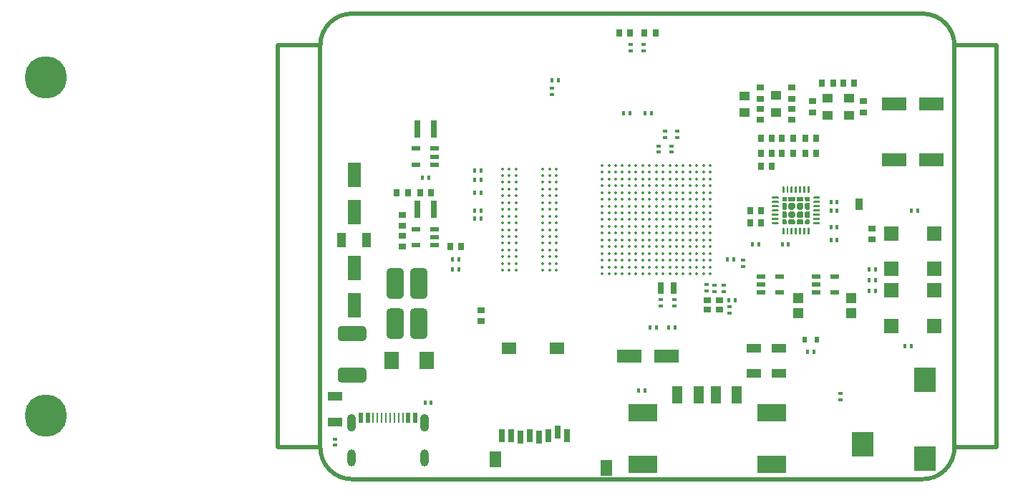
<source format=gbr>
%TF.GenerationSoftware,KiCad,Pcbnew,(5.1.10-1-10_14)*%
%TF.CreationDate,2021-07-27T16:35:17+02:00*%
%TF.ProjectId,EX-PCB-10108-001,45582d50-4342-42d3-9130-3130382d3030,A*%
%TF.SameCoordinates,Original*%
%TF.FileFunction,Paste,Top*%
%TF.FilePolarity,Positive*%
%FSLAX46Y46*%
G04 Gerber Fmt 4.6, Leading zero omitted, Abs format (unit mm)*
G04 Created by KiCad (PCBNEW (5.1.10-1-10_14)) date 2021-07-27 16:35:17*
%MOMM*%
%LPD*%
G01*
G04 APERTURE LIST*
%TA.AperFunction,Profile*%
%ADD10C,0.500000*%
%TD*%
%ADD11C,5.000000*%
%ADD12O,1.000000X2.000000*%
%ADD13O,1.050000X2.100000*%
%ADD14R,0.550000X1.150000*%
%ADD15R,0.250000X1.150000*%
%ADD16R,0.900000X0.800000*%
%ADD17R,0.510000X0.450000*%
%ADD18R,0.450000X0.510000*%
%ADD19R,0.810000X0.710000*%
%ADD20R,0.800000X1.500000*%
%ADD21R,1.400000X1.900000*%
%ADD22R,1.800000X1.400000*%
%ADD23R,0.710000X0.810000*%
%ADD24C,0.100000*%
%ADD25R,1.060000X0.500000*%
%ADD26R,1.250000X1.150000*%
%ADD27R,1.800000X1.070000*%
%ADD28R,0.600000X0.700000*%
%ADD29R,1.250000X1.000000*%
%ADD30R,3.000000X1.600000*%
%ADD31R,2.550000X2.900000*%
%ADD32R,1.250000X2.000000*%
%ADD33R,3.500000X2.000000*%
%ADD34C,0.350000*%
%ADD35R,1.800000X1.800000*%
%ADD36R,1.070000X1.800000*%
%ADD37R,1.750000X2.000000*%
%ADD38R,1.600000X3.000000*%
%ADD39R,0.800000X2.000000*%
%ADD40R,0.700000X1.400000*%
G04 APERTURE END LIST*
D10*
X41450000Y-85250000D02*
X46450000Y-85250000D01*
X41450000Y-132750000D02*
X46450000Y-132750000D01*
X121450000Y-132750000D02*
X126450000Y-132750000D01*
X126450000Y-85250000D02*
X121450000Y-85250000D01*
X126450000Y-85250000D02*
X126450000Y-132750000D01*
X41450000Y-85250000D02*
X41450000Y-132750000D01*
X117700000Y-81500000D02*
G75*
G02*
X121450000Y-85250000I0J-3750000D01*
G01*
X46450000Y-85250000D02*
G75*
G02*
X50200000Y-81500000I3750000J0D01*
G01*
X50200000Y-136500000D02*
G75*
G02*
X46450000Y-132750000I0J3750000D01*
G01*
X121450000Y-132750000D02*
G75*
G02*
X117700000Y-136500000I-3750000J0D01*
G01*
X46450000Y-85250000D02*
X46450000Y-132750000D01*
X117700000Y-136500000D02*
X50200000Y-136500000D01*
X117700000Y-81500000D02*
X50200000Y-81500000D01*
X121450000Y-85250000D02*
X121450000Y-132750000D01*
D11*
X13950000Y-89025000D03*
X13950000Y-129025000D03*
D12*
X50130000Y-134000000D03*
X58770000Y-134000000D03*
D13*
X50130000Y-129820000D03*
X58770000Y-129820000D03*
D14*
X51250000Y-129245000D03*
X57650000Y-129245000D03*
X52050000Y-129245000D03*
X56850000Y-129245000D03*
D15*
X54700000Y-129245000D03*
X54200000Y-129245000D03*
X55200000Y-129245000D03*
X55700000Y-129245000D03*
X56200000Y-129245000D03*
X53700000Y-129245000D03*
X53200000Y-129245000D03*
X52700000Y-129245000D03*
D16*
X92250000Y-116450000D03*
X93650000Y-116450000D03*
X93650000Y-115350000D03*
X92250000Y-115350000D03*
D17*
X94150000Y-113625000D03*
X94150000Y-114375000D03*
X92150000Y-113525000D03*
X92150000Y-114275000D03*
D18*
X65425000Y-100000000D03*
X64675000Y-100000000D03*
X65425000Y-101100000D03*
X64675000Y-101100000D03*
X86225000Y-118550000D03*
X85475000Y-118550000D03*
X87675000Y-118550000D03*
X88425000Y-118550000D03*
D19*
X110200000Y-103700000D03*
X110200000Y-104350000D03*
D18*
X94575000Y-110500000D03*
X95325000Y-110500000D03*
D17*
X96450000Y-111375000D03*
X96450000Y-110625000D03*
D18*
X97575000Y-108750000D03*
X98325000Y-108750000D03*
X101825000Y-108750000D03*
X101075000Y-108750000D03*
X116325000Y-120750000D03*
X115575000Y-120750000D03*
X111325000Y-114250000D03*
X112075000Y-114250000D03*
X112075000Y-111750000D03*
X111325000Y-111750000D03*
X116325000Y-104750000D03*
X117075000Y-104750000D03*
X111325000Y-113000000D03*
X112075000Y-113000000D03*
D17*
X73850000Y-91075000D03*
X73850000Y-90325000D03*
D20*
X75640000Y-131350000D03*
X74540000Y-130950000D03*
X73440000Y-131350000D03*
X72340000Y-131550000D03*
X71240000Y-131350000D03*
X70140000Y-131550000D03*
X69040000Y-131350000D03*
X67940000Y-131350000D03*
D21*
X67150000Y-134200000D03*
X80300000Y-135200000D03*
D22*
X68750000Y-121050000D03*
X74450000Y-121050000D03*
D18*
X85575000Y-93250000D03*
X84825000Y-93250000D03*
X82325000Y-93250000D03*
X83075000Y-93250000D03*
D17*
X88700000Y-95375000D03*
X88700000Y-96125000D03*
X87950000Y-97125000D03*
X87950000Y-97875000D03*
X87200000Y-95375000D03*
X87200000Y-96125000D03*
X86450000Y-97125000D03*
X86450000Y-97875000D03*
D23*
X97305000Y-104750000D03*
X98595000Y-104750000D03*
X97305000Y-106250000D03*
X98595000Y-106250000D03*
D18*
X74575000Y-89400000D03*
X73825000Y-89400000D03*
X106825000Y-104750000D03*
X107575000Y-104750000D03*
X106825000Y-103750000D03*
X107575000Y-103750000D03*
X107575000Y-108250000D03*
X106825000Y-108250000D03*
X107575000Y-106750000D03*
X106825000Y-106750000D03*
G36*
G01*
X101262500Y-107600000D02*
X101137500Y-107600000D01*
G75*
G02*
X101075000Y-107537500I0J62500D01*
G01*
X101075000Y-106862500D01*
G75*
G02*
X101137500Y-106800000I62500J0D01*
G01*
X101262500Y-106800000D01*
G75*
G02*
X101325000Y-106862500I0J-62500D01*
G01*
X101325000Y-107537500D01*
G75*
G02*
X101262500Y-107600000I-62500J0D01*
G01*
G37*
G36*
G01*
X101762500Y-107600000D02*
X101637500Y-107600000D01*
G75*
G02*
X101575000Y-107537500I0J62500D01*
G01*
X101575000Y-106862500D01*
G75*
G02*
X101637500Y-106800000I62500J0D01*
G01*
X101762500Y-106800000D01*
G75*
G02*
X101825000Y-106862500I0J-62500D01*
G01*
X101825000Y-107537500D01*
G75*
G02*
X101762500Y-107600000I-62500J0D01*
G01*
G37*
G36*
G01*
X102262500Y-107600000D02*
X102137500Y-107600000D01*
G75*
G02*
X102075000Y-107537500I0J62500D01*
G01*
X102075000Y-106862500D01*
G75*
G02*
X102137500Y-106800000I62500J0D01*
G01*
X102262500Y-106800000D01*
G75*
G02*
X102325000Y-106862500I0J-62500D01*
G01*
X102325000Y-107537500D01*
G75*
G02*
X102262500Y-107600000I-62500J0D01*
G01*
G37*
G36*
G01*
X102762500Y-107600000D02*
X102637500Y-107600000D01*
G75*
G02*
X102575000Y-107537500I0J62500D01*
G01*
X102575000Y-106862500D01*
G75*
G02*
X102637500Y-106800000I62500J0D01*
G01*
X102762500Y-106800000D01*
G75*
G02*
X102825000Y-106862500I0J-62500D01*
G01*
X102825000Y-107537500D01*
G75*
G02*
X102762500Y-107600000I-62500J0D01*
G01*
G37*
G36*
G01*
X103262500Y-107600000D02*
X103137500Y-107600000D01*
G75*
G02*
X103075000Y-107537500I0J62500D01*
G01*
X103075000Y-106862500D01*
G75*
G02*
X103137500Y-106800000I62500J0D01*
G01*
X103262500Y-106800000D01*
G75*
G02*
X103325000Y-106862500I0J-62500D01*
G01*
X103325000Y-107537500D01*
G75*
G02*
X103262500Y-107600000I-62500J0D01*
G01*
G37*
G36*
G01*
X103762500Y-107600000D02*
X103637500Y-107600000D01*
G75*
G02*
X103575000Y-107537500I0J62500D01*
G01*
X103575000Y-106862500D01*
G75*
G02*
X103637500Y-106800000I62500J0D01*
G01*
X103762500Y-106800000D01*
G75*
G02*
X103825000Y-106862500I0J-62500D01*
G01*
X103825000Y-107537500D01*
G75*
G02*
X103762500Y-107600000I-62500J0D01*
G01*
G37*
G36*
G01*
X104262500Y-107600000D02*
X104137500Y-107600000D01*
G75*
G02*
X104075000Y-107537500I0J62500D01*
G01*
X104075000Y-106862500D01*
G75*
G02*
X104137500Y-106800000I62500J0D01*
G01*
X104262500Y-106800000D01*
G75*
G02*
X104325000Y-106862500I0J-62500D01*
G01*
X104325000Y-107537500D01*
G75*
G02*
X104262500Y-107600000I-62500J0D01*
G01*
G37*
G36*
G01*
X105487500Y-106375000D02*
X104812500Y-106375000D01*
G75*
G02*
X104750000Y-106312500I0J62500D01*
G01*
X104750000Y-106187500D01*
G75*
G02*
X104812500Y-106125000I62500J0D01*
G01*
X105487500Y-106125000D01*
G75*
G02*
X105550000Y-106187500I0J-62500D01*
G01*
X105550000Y-106312500D01*
G75*
G02*
X105487500Y-106375000I-62500J0D01*
G01*
G37*
G36*
G01*
X105487500Y-105875000D02*
X104812500Y-105875000D01*
G75*
G02*
X104750000Y-105812500I0J62500D01*
G01*
X104750000Y-105687500D01*
G75*
G02*
X104812500Y-105625000I62500J0D01*
G01*
X105487500Y-105625000D01*
G75*
G02*
X105550000Y-105687500I0J-62500D01*
G01*
X105550000Y-105812500D01*
G75*
G02*
X105487500Y-105875000I-62500J0D01*
G01*
G37*
G36*
G01*
X105487500Y-105375000D02*
X104812500Y-105375000D01*
G75*
G02*
X104750000Y-105312500I0J62500D01*
G01*
X104750000Y-105187500D01*
G75*
G02*
X104812500Y-105125000I62500J0D01*
G01*
X105487500Y-105125000D01*
G75*
G02*
X105550000Y-105187500I0J-62500D01*
G01*
X105550000Y-105312500D01*
G75*
G02*
X105487500Y-105375000I-62500J0D01*
G01*
G37*
G36*
G01*
X105487500Y-104875000D02*
X104812500Y-104875000D01*
G75*
G02*
X104750000Y-104812500I0J62500D01*
G01*
X104750000Y-104687500D01*
G75*
G02*
X104812500Y-104625000I62500J0D01*
G01*
X105487500Y-104625000D01*
G75*
G02*
X105550000Y-104687500I0J-62500D01*
G01*
X105550000Y-104812500D01*
G75*
G02*
X105487500Y-104875000I-62500J0D01*
G01*
G37*
G36*
G01*
X105487500Y-104375000D02*
X104812500Y-104375000D01*
G75*
G02*
X104750000Y-104312500I0J62500D01*
G01*
X104750000Y-104187500D01*
G75*
G02*
X104812500Y-104125000I62500J0D01*
G01*
X105487500Y-104125000D01*
G75*
G02*
X105550000Y-104187500I0J-62500D01*
G01*
X105550000Y-104312500D01*
G75*
G02*
X105487500Y-104375000I-62500J0D01*
G01*
G37*
G36*
G01*
X105487500Y-103875000D02*
X104812500Y-103875000D01*
G75*
G02*
X104750000Y-103812500I0J62500D01*
G01*
X104750000Y-103687500D01*
G75*
G02*
X104812500Y-103625000I62500J0D01*
G01*
X105487500Y-103625000D01*
G75*
G02*
X105550000Y-103687500I0J-62500D01*
G01*
X105550000Y-103812500D01*
G75*
G02*
X105487500Y-103875000I-62500J0D01*
G01*
G37*
G36*
G01*
X105487500Y-103375000D02*
X104812500Y-103375000D01*
G75*
G02*
X104750000Y-103312500I0J62500D01*
G01*
X104750000Y-103187500D01*
G75*
G02*
X104812500Y-103125000I62500J0D01*
G01*
X105487500Y-103125000D01*
G75*
G02*
X105550000Y-103187500I0J-62500D01*
G01*
X105550000Y-103312500D01*
G75*
G02*
X105487500Y-103375000I-62500J0D01*
G01*
G37*
G36*
G01*
X104262500Y-102700000D02*
X104137500Y-102700000D01*
G75*
G02*
X104075000Y-102637500I0J62500D01*
G01*
X104075000Y-101962500D01*
G75*
G02*
X104137500Y-101900000I62500J0D01*
G01*
X104262500Y-101900000D01*
G75*
G02*
X104325000Y-101962500I0J-62500D01*
G01*
X104325000Y-102637500D01*
G75*
G02*
X104262500Y-102700000I-62500J0D01*
G01*
G37*
G36*
G01*
X103762500Y-102700000D02*
X103637500Y-102700000D01*
G75*
G02*
X103575000Y-102637500I0J62500D01*
G01*
X103575000Y-101962500D01*
G75*
G02*
X103637500Y-101900000I62500J0D01*
G01*
X103762500Y-101900000D01*
G75*
G02*
X103825000Y-101962500I0J-62500D01*
G01*
X103825000Y-102637500D01*
G75*
G02*
X103762500Y-102700000I-62500J0D01*
G01*
G37*
G36*
G01*
X103262500Y-102700000D02*
X103137500Y-102700000D01*
G75*
G02*
X103075000Y-102637500I0J62500D01*
G01*
X103075000Y-101962500D01*
G75*
G02*
X103137500Y-101900000I62500J0D01*
G01*
X103262500Y-101900000D01*
G75*
G02*
X103325000Y-101962500I0J-62500D01*
G01*
X103325000Y-102637500D01*
G75*
G02*
X103262500Y-102700000I-62500J0D01*
G01*
G37*
G36*
G01*
X102762500Y-102700000D02*
X102637500Y-102700000D01*
G75*
G02*
X102575000Y-102637500I0J62500D01*
G01*
X102575000Y-101962500D01*
G75*
G02*
X102637500Y-101900000I62500J0D01*
G01*
X102762500Y-101900000D01*
G75*
G02*
X102825000Y-101962500I0J-62500D01*
G01*
X102825000Y-102637500D01*
G75*
G02*
X102762500Y-102700000I-62500J0D01*
G01*
G37*
G36*
G01*
X102262500Y-102700000D02*
X102137500Y-102700000D01*
G75*
G02*
X102075000Y-102637500I0J62500D01*
G01*
X102075000Y-101962500D01*
G75*
G02*
X102137500Y-101900000I62500J0D01*
G01*
X102262500Y-101900000D01*
G75*
G02*
X102325000Y-101962500I0J-62500D01*
G01*
X102325000Y-102637500D01*
G75*
G02*
X102262500Y-102700000I-62500J0D01*
G01*
G37*
G36*
G01*
X101762500Y-102700000D02*
X101637500Y-102700000D01*
G75*
G02*
X101575000Y-102637500I0J62500D01*
G01*
X101575000Y-101962500D01*
G75*
G02*
X101637500Y-101900000I62500J0D01*
G01*
X101762500Y-101900000D01*
G75*
G02*
X101825000Y-101962500I0J-62500D01*
G01*
X101825000Y-102637500D01*
G75*
G02*
X101762500Y-102700000I-62500J0D01*
G01*
G37*
G36*
G01*
X101262500Y-102700000D02*
X101137500Y-102700000D01*
G75*
G02*
X101075000Y-102637500I0J62500D01*
G01*
X101075000Y-101962500D01*
G75*
G02*
X101137500Y-101900000I62500J0D01*
G01*
X101262500Y-101900000D01*
G75*
G02*
X101325000Y-101962500I0J-62500D01*
G01*
X101325000Y-102637500D01*
G75*
G02*
X101262500Y-102700000I-62500J0D01*
G01*
G37*
G36*
G01*
X100587500Y-103375000D02*
X99912500Y-103375000D01*
G75*
G02*
X99850000Y-103312500I0J62500D01*
G01*
X99850000Y-103187500D01*
G75*
G02*
X99912500Y-103125000I62500J0D01*
G01*
X100587500Y-103125000D01*
G75*
G02*
X100650000Y-103187500I0J-62500D01*
G01*
X100650000Y-103312500D01*
G75*
G02*
X100587500Y-103375000I-62500J0D01*
G01*
G37*
G36*
G01*
X100587500Y-103875000D02*
X99912500Y-103875000D01*
G75*
G02*
X99850000Y-103812500I0J62500D01*
G01*
X99850000Y-103687500D01*
G75*
G02*
X99912500Y-103625000I62500J0D01*
G01*
X100587500Y-103625000D01*
G75*
G02*
X100650000Y-103687500I0J-62500D01*
G01*
X100650000Y-103812500D01*
G75*
G02*
X100587500Y-103875000I-62500J0D01*
G01*
G37*
G36*
G01*
X100587500Y-104375000D02*
X99912500Y-104375000D01*
G75*
G02*
X99850000Y-104312500I0J62500D01*
G01*
X99850000Y-104187500D01*
G75*
G02*
X99912500Y-104125000I62500J0D01*
G01*
X100587500Y-104125000D01*
G75*
G02*
X100650000Y-104187500I0J-62500D01*
G01*
X100650000Y-104312500D01*
G75*
G02*
X100587500Y-104375000I-62500J0D01*
G01*
G37*
G36*
G01*
X100587500Y-104875000D02*
X99912500Y-104875000D01*
G75*
G02*
X99850000Y-104812500I0J62500D01*
G01*
X99850000Y-104687500D01*
G75*
G02*
X99912500Y-104625000I62500J0D01*
G01*
X100587500Y-104625000D01*
G75*
G02*
X100650000Y-104687500I0J-62500D01*
G01*
X100650000Y-104812500D01*
G75*
G02*
X100587500Y-104875000I-62500J0D01*
G01*
G37*
G36*
G01*
X100587500Y-105375000D02*
X99912500Y-105375000D01*
G75*
G02*
X99850000Y-105312500I0J62500D01*
G01*
X99850000Y-105187500D01*
G75*
G02*
X99912500Y-105125000I62500J0D01*
G01*
X100587500Y-105125000D01*
G75*
G02*
X100650000Y-105187500I0J-62500D01*
G01*
X100650000Y-105312500D01*
G75*
G02*
X100587500Y-105375000I-62500J0D01*
G01*
G37*
G36*
G01*
X100587500Y-105875000D02*
X99912500Y-105875000D01*
G75*
G02*
X99850000Y-105812500I0J62500D01*
G01*
X99850000Y-105687500D01*
G75*
G02*
X99912500Y-105625000I62500J0D01*
G01*
X100587500Y-105625000D01*
G75*
G02*
X100650000Y-105687500I0J-62500D01*
G01*
X100650000Y-105812500D01*
G75*
G02*
X100587500Y-105875000I-62500J0D01*
G01*
G37*
G36*
G01*
X100587500Y-106375000D02*
X99912500Y-106375000D01*
G75*
G02*
X99850000Y-106312500I0J62500D01*
G01*
X99850000Y-106187500D01*
G75*
G02*
X99912500Y-106125000I62500J0D01*
G01*
X100587500Y-106125000D01*
G75*
G02*
X100650000Y-106187500I0J-62500D01*
G01*
X100650000Y-106312500D01*
G75*
G02*
X100587500Y-106375000I-62500J0D01*
G01*
G37*
G36*
G01*
X102401557Y-105653113D02*
X101998443Y-105653113D01*
G75*
G02*
X101796887Y-105451557I0J201556D01*
G01*
X101796887Y-105048443D01*
G75*
G02*
X101998443Y-104846887I201556J0D01*
G01*
X102401557Y-104846887D01*
G75*
G02*
X102603113Y-105048443I0J-201556D01*
G01*
X102603113Y-105451557D01*
G75*
G02*
X102401557Y-105653113I-201556J0D01*
G01*
G37*
G36*
G01*
X103401557Y-105653113D02*
X102998443Y-105653113D01*
G75*
G02*
X102796887Y-105451557I0J201556D01*
G01*
X102796887Y-105048443D01*
G75*
G02*
X102998443Y-104846887I201556J0D01*
G01*
X103401557Y-104846887D01*
G75*
G02*
X103603113Y-105048443I0J-201556D01*
G01*
X103603113Y-105451557D01*
G75*
G02*
X103401557Y-105653113I-201556J0D01*
G01*
G37*
G36*
G01*
X102401557Y-104653113D02*
X101998443Y-104653113D01*
G75*
G02*
X101796887Y-104451557I0J201556D01*
G01*
X101796887Y-104048443D01*
G75*
G02*
X101998443Y-103846887I201556J0D01*
G01*
X102401557Y-103846887D01*
G75*
G02*
X102603113Y-104048443I0J-201556D01*
G01*
X102603113Y-104451557D01*
G75*
G02*
X102401557Y-104653113I-201556J0D01*
G01*
G37*
G36*
G01*
X103401557Y-104653113D02*
X102998443Y-104653113D01*
G75*
G02*
X102796887Y-104451557I0J201556D01*
G01*
X102796887Y-104048443D01*
G75*
G02*
X102998443Y-103846887I201556J0D01*
G01*
X103401557Y-103846887D01*
G75*
G02*
X103603113Y-104048443I0J-201556D01*
G01*
X103603113Y-104451557D01*
G75*
G02*
X103401557Y-104653113I-201556J0D01*
G01*
G37*
D24*
G36*
X101798526Y-105954635D02*
G01*
X101803377Y-105938644D01*
X101811255Y-105923906D01*
X101821856Y-105910988D01*
X101892476Y-105840367D01*
X101905393Y-105829766D01*
X101920131Y-105821888D01*
X101936123Y-105817037D01*
X101952754Y-105815399D01*
X102447246Y-105815399D01*
X102463877Y-105817037D01*
X102479868Y-105821888D01*
X102494606Y-105829766D01*
X102507524Y-105840367D01*
X102578144Y-105910988D01*
X102588746Y-105923906D01*
X102596623Y-105938644D01*
X102601474Y-105954636D01*
X102603112Y-105971266D01*
X102603112Y-106274355D01*
X102601474Y-106290986D01*
X102596623Y-106306977D01*
X102588745Y-106321715D01*
X102578144Y-106334633D01*
X102565226Y-106345234D01*
X102550488Y-106353112D01*
X102534497Y-106357963D01*
X102517866Y-106359601D01*
X101882134Y-106359601D01*
X101865503Y-106357963D01*
X101849512Y-106353112D01*
X101834774Y-106345234D01*
X101821856Y-106334633D01*
X101811255Y-106321715D01*
X101803377Y-106306977D01*
X101798526Y-106290986D01*
X101796888Y-106274355D01*
X101796888Y-105971266D01*
X101798526Y-105954635D01*
G37*
G36*
X102798526Y-105954635D02*
G01*
X102803377Y-105938644D01*
X102811255Y-105923906D01*
X102821856Y-105910988D01*
X102892476Y-105840367D01*
X102905393Y-105829766D01*
X102920131Y-105821888D01*
X102936123Y-105817037D01*
X102952754Y-105815399D01*
X103447246Y-105815399D01*
X103463877Y-105817037D01*
X103479868Y-105821888D01*
X103494606Y-105829766D01*
X103507524Y-105840367D01*
X103578144Y-105910988D01*
X103588746Y-105923906D01*
X103596623Y-105938644D01*
X103601474Y-105954636D01*
X103603112Y-105971266D01*
X103603112Y-106274355D01*
X103601474Y-106290986D01*
X103596623Y-106306977D01*
X103588745Y-106321715D01*
X103578144Y-106334633D01*
X103565226Y-106345234D01*
X103550488Y-106353112D01*
X103534497Y-106357963D01*
X103517866Y-106359601D01*
X102882134Y-106359601D01*
X102865503Y-106357963D01*
X102849512Y-106353112D01*
X102834774Y-106345234D01*
X102821856Y-106334633D01*
X102811255Y-106321715D01*
X102803377Y-106306977D01*
X102798526Y-106290986D01*
X102796888Y-106274355D01*
X102796888Y-105971266D01*
X102798526Y-105954635D01*
G37*
G36*
X101798526Y-103209014D02*
G01*
X101803377Y-103193023D01*
X101811255Y-103178285D01*
X101821856Y-103165367D01*
X101834774Y-103154766D01*
X101849512Y-103146888D01*
X101865503Y-103142037D01*
X101882134Y-103140399D01*
X102517866Y-103140399D01*
X102534497Y-103142037D01*
X102550488Y-103146888D01*
X102565226Y-103154766D01*
X102578144Y-103165367D01*
X102588745Y-103178285D01*
X102596623Y-103193023D01*
X102601474Y-103209014D01*
X102603112Y-103225645D01*
X102603112Y-103528734D01*
X102601474Y-103545365D01*
X102596623Y-103561356D01*
X102588745Y-103576094D01*
X102578144Y-103589012D01*
X102507524Y-103659633D01*
X102494607Y-103670234D01*
X102479869Y-103678112D01*
X102463877Y-103682963D01*
X102447246Y-103684601D01*
X101952754Y-103684601D01*
X101936123Y-103682963D01*
X101920132Y-103678112D01*
X101905394Y-103670234D01*
X101892476Y-103659633D01*
X101821856Y-103589012D01*
X101811254Y-103576094D01*
X101803377Y-103561356D01*
X101798526Y-103545364D01*
X101796888Y-103528734D01*
X101796888Y-103225645D01*
X101798526Y-103209014D01*
G37*
G36*
X102798526Y-103209014D02*
G01*
X102803377Y-103193023D01*
X102811255Y-103178285D01*
X102821856Y-103165367D01*
X102834774Y-103154766D01*
X102849512Y-103146888D01*
X102865503Y-103142037D01*
X102882134Y-103140399D01*
X103517866Y-103140399D01*
X103534497Y-103142037D01*
X103550488Y-103146888D01*
X103565226Y-103154766D01*
X103578144Y-103165367D01*
X103588745Y-103178285D01*
X103596623Y-103193023D01*
X103601474Y-103209014D01*
X103603112Y-103225645D01*
X103603112Y-103528734D01*
X103601474Y-103545365D01*
X103596623Y-103561356D01*
X103588745Y-103576094D01*
X103578144Y-103589012D01*
X103507524Y-103659633D01*
X103494607Y-103670234D01*
X103479869Y-103678112D01*
X103463877Y-103682963D01*
X103447246Y-103684601D01*
X102952754Y-103684601D01*
X102936123Y-103682963D01*
X102920132Y-103678112D01*
X102905394Y-103670234D01*
X102892476Y-103659633D01*
X102821856Y-103589012D01*
X102811254Y-103576094D01*
X102803377Y-103561356D01*
X102798526Y-103545364D01*
X102796888Y-103528734D01*
X102796888Y-103225645D01*
X102798526Y-103209014D01*
G37*
G36*
X101092037Y-104915503D02*
G01*
X101096888Y-104899512D01*
X101104766Y-104884774D01*
X101115367Y-104871856D01*
X101128285Y-104861255D01*
X101143023Y-104853377D01*
X101159014Y-104848526D01*
X101175645Y-104846888D01*
X101478734Y-104846888D01*
X101495365Y-104848526D01*
X101511356Y-104853377D01*
X101526094Y-104861255D01*
X101539012Y-104871856D01*
X101609633Y-104942476D01*
X101620234Y-104955393D01*
X101628112Y-104970131D01*
X101632963Y-104986123D01*
X101634601Y-105002754D01*
X101634601Y-105497246D01*
X101632963Y-105513877D01*
X101628112Y-105529868D01*
X101620234Y-105544606D01*
X101609633Y-105557524D01*
X101539012Y-105628144D01*
X101526094Y-105638746D01*
X101511356Y-105646623D01*
X101495364Y-105651474D01*
X101478734Y-105653112D01*
X101175645Y-105653112D01*
X101159014Y-105651474D01*
X101143023Y-105646623D01*
X101128285Y-105638745D01*
X101115367Y-105628144D01*
X101104766Y-105615226D01*
X101096888Y-105600488D01*
X101092037Y-105584497D01*
X101090399Y-105567866D01*
X101090399Y-104932134D01*
X101092037Y-104915503D01*
G37*
G36*
X101092037Y-103915503D02*
G01*
X101096888Y-103899512D01*
X101104766Y-103884774D01*
X101115367Y-103871856D01*
X101128285Y-103861255D01*
X101143023Y-103853377D01*
X101159014Y-103848526D01*
X101175645Y-103846888D01*
X101478734Y-103846888D01*
X101495365Y-103848526D01*
X101511356Y-103853377D01*
X101526094Y-103861255D01*
X101539012Y-103871856D01*
X101609633Y-103942476D01*
X101620234Y-103955393D01*
X101628112Y-103970131D01*
X101632963Y-103986123D01*
X101634601Y-104002754D01*
X101634601Y-104497246D01*
X101632963Y-104513877D01*
X101628112Y-104529868D01*
X101620234Y-104544606D01*
X101609633Y-104557524D01*
X101539012Y-104628144D01*
X101526094Y-104638746D01*
X101511356Y-104646623D01*
X101495364Y-104651474D01*
X101478734Y-104653112D01*
X101175645Y-104653112D01*
X101159014Y-104651474D01*
X101143023Y-104646623D01*
X101128285Y-104638745D01*
X101115367Y-104628144D01*
X101104766Y-104615226D01*
X101096888Y-104600488D01*
X101092037Y-104584497D01*
X101090399Y-104567866D01*
X101090399Y-103932134D01*
X101092037Y-103915503D01*
G37*
G36*
X103767037Y-104986123D02*
G01*
X103771888Y-104970132D01*
X103779766Y-104955394D01*
X103790367Y-104942476D01*
X103860988Y-104871856D01*
X103873906Y-104861254D01*
X103888644Y-104853377D01*
X103904636Y-104848526D01*
X103921266Y-104846888D01*
X104224355Y-104846888D01*
X104240986Y-104848526D01*
X104256977Y-104853377D01*
X104271715Y-104861255D01*
X104284633Y-104871856D01*
X104295234Y-104884774D01*
X104303112Y-104899512D01*
X104307963Y-104915503D01*
X104309601Y-104932134D01*
X104309601Y-105567866D01*
X104307963Y-105584497D01*
X104303112Y-105600488D01*
X104295234Y-105615226D01*
X104284633Y-105628144D01*
X104271715Y-105638745D01*
X104256977Y-105646623D01*
X104240986Y-105651474D01*
X104224355Y-105653112D01*
X103921266Y-105653112D01*
X103904635Y-105651474D01*
X103888644Y-105646623D01*
X103873906Y-105638745D01*
X103860988Y-105628144D01*
X103790367Y-105557524D01*
X103779766Y-105544607D01*
X103771888Y-105529869D01*
X103767037Y-105513877D01*
X103765399Y-105497246D01*
X103765399Y-105002754D01*
X103767037Y-104986123D01*
G37*
G36*
X103767037Y-103986123D02*
G01*
X103771888Y-103970132D01*
X103779766Y-103955394D01*
X103790367Y-103942476D01*
X103860988Y-103871856D01*
X103873906Y-103861254D01*
X103888644Y-103853377D01*
X103904636Y-103848526D01*
X103921266Y-103846888D01*
X104224355Y-103846888D01*
X104240986Y-103848526D01*
X104256977Y-103853377D01*
X104271715Y-103861255D01*
X104284633Y-103871856D01*
X104295234Y-103884774D01*
X104303112Y-103899512D01*
X104307963Y-103915503D01*
X104309601Y-103932134D01*
X104309601Y-104567866D01*
X104307963Y-104584497D01*
X104303112Y-104600488D01*
X104295234Y-104615226D01*
X104284633Y-104628144D01*
X104271715Y-104638745D01*
X104256977Y-104646623D01*
X104240986Y-104651474D01*
X104224355Y-104653112D01*
X103921266Y-104653112D01*
X103904635Y-104651474D01*
X103888644Y-104646623D01*
X103873906Y-104638745D01*
X103860988Y-104628144D01*
X103790367Y-104557524D01*
X103779766Y-104544607D01*
X103771888Y-104529869D01*
X103767037Y-104513877D01*
X103765399Y-104497246D01*
X103765399Y-104002754D01*
X103767037Y-103986123D01*
G37*
G36*
X101092465Y-105901936D02*
G01*
X101098583Y-105881768D01*
X101108518Y-105863181D01*
X101121889Y-105846889D01*
X101138181Y-105833518D01*
X101156768Y-105823583D01*
X101176936Y-105817465D01*
X101197911Y-105815399D01*
X101438023Y-105815399D01*
X101458998Y-105817465D01*
X101479166Y-105823583D01*
X101497753Y-105833518D01*
X101514045Y-105846889D01*
X101603111Y-105935955D01*
X101616482Y-105952247D01*
X101626417Y-105970834D01*
X101632535Y-105991002D01*
X101634601Y-106011977D01*
X101634601Y-106252089D01*
X101632535Y-106273064D01*
X101626417Y-106293232D01*
X101616482Y-106311819D01*
X101603111Y-106328111D01*
X101586819Y-106341482D01*
X101568232Y-106351417D01*
X101548064Y-106357535D01*
X101527089Y-106359601D01*
X101197911Y-106359601D01*
X101176936Y-106357535D01*
X101156768Y-106351417D01*
X101138181Y-106341482D01*
X101121889Y-106328111D01*
X101108518Y-106311819D01*
X101098583Y-106293232D01*
X101092465Y-106273064D01*
X101090399Y-106252089D01*
X101090399Y-105922911D01*
X101092465Y-105901936D01*
G37*
G36*
X103767465Y-105991002D02*
G01*
X103773583Y-105970834D01*
X103783518Y-105952247D01*
X103796889Y-105935955D01*
X103885955Y-105846889D01*
X103902247Y-105833518D01*
X103920834Y-105823583D01*
X103941002Y-105817465D01*
X103961977Y-105815399D01*
X104202089Y-105815399D01*
X104223064Y-105817465D01*
X104243232Y-105823583D01*
X104261819Y-105833518D01*
X104278111Y-105846889D01*
X104291482Y-105863181D01*
X104301417Y-105881768D01*
X104307535Y-105901936D01*
X104309601Y-105922911D01*
X104309601Y-106252089D01*
X104307535Y-106273064D01*
X104301417Y-106293232D01*
X104291482Y-106311819D01*
X104278111Y-106328111D01*
X104261819Y-106341482D01*
X104243232Y-106351417D01*
X104223064Y-106357535D01*
X104202089Y-106359601D01*
X103872911Y-106359601D01*
X103851936Y-106357535D01*
X103831768Y-106351417D01*
X103813181Y-106341482D01*
X103796889Y-106328111D01*
X103783518Y-106311819D01*
X103773583Y-106293232D01*
X103767465Y-106273064D01*
X103765399Y-106252089D01*
X103765399Y-106011977D01*
X103767465Y-105991002D01*
G37*
G36*
X101092465Y-103226936D02*
G01*
X101098583Y-103206768D01*
X101108518Y-103188181D01*
X101121889Y-103171889D01*
X101138181Y-103158518D01*
X101156768Y-103148583D01*
X101176936Y-103142465D01*
X101197911Y-103140399D01*
X101527089Y-103140399D01*
X101548064Y-103142465D01*
X101568232Y-103148583D01*
X101586819Y-103158518D01*
X101603111Y-103171889D01*
X101616482Y-103188181D01*
X101626417Y-103206768D01*
X101632535Y-103226936D01*
X101634601Y-103247911D01*
X101634601Y-103488023D01*
X101632535Y-103508998D01*
X101626417Y-103529166D01*
X101616482Y-103547753D01*
X101603111Y-103564045D01*
X101514045Y-103653111D01*
X101497753Y-103666482D01*
X101479166Y-103676417D01*
X101458998Y-103682535D01*
X101438023Y-103684601D01*
X101197911Y-103684601D01*
X101176936Y-103682535D01*
X101156768Y-103676417D01*
X101138181Y-103666482D01*
X101121889Y-103653111D01*
X101108518Y-103636819D01*
X101098583Y-103618232D01*
X101092465Y-103598064D01*
X101090399Y-103577089D01*
X101090399Y-103247911D01*
X101092465Y-103226936D01*
G37*
G36*
X103767465Y-103226936D02*
G01*
X103773583Y-103206768D01*
X103783518Y-103188181D01*
X103796889Y-103171889D01*
X103813181Y-103158518D01*
X103831768Y-103148583D01*
X103851936Y-103142465D01*
X103872911Y-103140399D01*
X104202089Y-103140399D01*
X104223064Y-103142465D01*
X104243232Y-103148583D01*
X104261819Y-103158518D01*
X104278111Y-103171889D01*
X104291482Y-103188181D01*
X104301417Y-103206768D01*
X104307535Y-103226936D01*
X104309601Y-103247911D01*
X104309601Y-103577089D01*
X104307535Y-103598064D01*
X104301417Y-103618232D01*
X104291482Y-103636819D01*
X104278111Y-103653111D01*
X104261819Y-103666482D01*
X104243232Y-103676417D01*
X104223064Y-103682535D01*
X104202089Y-103684601D01*
X103961977Y-103684601D01*
X103941002Y-103682535D01*
X103920834Y-103676417D01*
X103902247Y-103666482D01*
X103885955Y-103653111D01*
X103796889Y-103564045D01*
X103783518Y-103547753D01*
X103773583Y-103529166D01*
X103767465Y-103508998D01*
X103765399Y-103488023D01*
X103765399Y-103247911D01*
X103767465Y-103226936D01*
G37*
D25*
X100800000Y-112550000D03*
X100800000Y-114450000D03*
X98600000Y-114450000D03*
X98600000Y-113500000D03*
X98600000Y-112550000D03*
X107300000Y-112550000D03*
X107300000Y-114450000D03*
X105100000Y-114450000D03*
X105100000Y-113500000D03*
X105100000Y-112550000D03*
D17*
X84700000Y-85125000D03*
X84700000Y-85875000D03*
X83200000Y-85875000D03*
X83200000Y-85125000D03*
D23*
X99845000Y-99500000D03*
X98555000Y-99500000D03*
X105095000Y-96250000D03*
X103805000Y-96250000D03*
X101055000Y-96250000D03*
X102345000Y-96250000D03*
X101055000Y-98000000D03*
X102345000Y-98000000D03*
X103805000Y-98000000D03*
X105095000Y-98000000D03*
D19*
X111700000Y-106855000D03*
X111700000Y-108145000D03*
D23*
X107095000Y-89750000D03*
X105805000Y-89750000D03*
X109595000Y-89750000D03*
X108305000Y-89750000D03*
D19*
X110700000Y-93145000D03*
X110700000Y-91855000D03*
X104700000Y-93145000D03*
X104700000Y-91855000D03*
X98500000Y-94045000D03*
X98500000Y-92755000D03*
X98500000Y-91545000D03*
X98500000Y-90255000D03*
X102200000Y-94045000D03*
X102200000Y-92755000D03*
X102200000Y-91545000D03*
X102200000Y-90255000D03*
D18*
X104825000Y-121500000D03*
X104075000Y-121500000D03*
D23*
X63095000Y-109000000D03*
X61805000Y-109000000D03*
D26*
X102950000Y-116875000D03*
X102950000Y-115125000D03*
X109200000Y-116875000D03*
X109200000Y-115125000D03*
D27*
X97700000Y-120995000D03*
X97700000Y-124005000D03*
D28*
X103750000Y-120000000D03*
X105150000Y-120000000D03*
D23*
X83095000Y-83750000D03*
X81805000Y-83750000D03*
X84805000Y-83750000D03*
X86095000Y-83750000D03*
D17*
X107950000Y-127125000D03*
X107950000Y-126375000D03*
D18*
X59575000Y-127500000D03*
X58825000Y-127500000D03*
D23*
X99845000Y-96250000D03*
X98555000Y-96250000D03*
X98555000Y-98000000D03*
X99845000Y-98000000D03*
D29*
X106450000Y-91500000D03*
X106450000Y-93500000D03*
X108950000Y-91500000D03*
X108950000Y-93500000D03*
X96650000Y-93200000D03*
X96650000Y-91200000D03*
X100350000Y-93150000D03*
X100350000Y-91150000D03*
D18*
X84075000Y-126000000D03*
X84825000Y-126000000D03*
D30*
X87400000Y-122000000D03*
X83000000Y-122000000D03*
D31*
X117950000Y-124800000D03*
X117950000Y-134100000D03*
X110550000Y-132350000D03*
D32*
X88700000Y-126550000D03*
X95700000Y-126550000D03*
X91200000Y-126550000D03*
D33*
X84575000Y-128650000D03*
X99825000Y-128650000D03*
X99825000Y-134750000D03*
X84575000Y-134750000D03*
D32*
X93200000Y-126550000D03*
D34*
X92580000Y-112230000D03*
X92580000Y-111430000D03*
X92580000Y-110630000D03*
X92580000Y-109830000D03*
X92580000Y-109030000D03*
X92580000Y-108230000D03*
X92580000Y-107430000D03*
X92580000Y-106630000D03*
X92580000Y-105830000D03*
X92580000Y-105030000D03*
X92580000Y-104230000D03*
X92580000Y-103430000D03*
X92580000Y-102630000D03*
X92580000Y-101830000D03*
X92580000Y-101030000D03*
X92580000Y-100230000D03*
X92580000Y-99430000D03*
X91780000Y-112230000D03*
X91780000Y-111430000D03*
X91780000Y-110630000D03*
X91780000Y-109830000D03*
X91780000Y-109030000D03*
X91780000Y-108230000D03*
X91780000Y-107430000D03*
X91780000Y-106630000D03*
X91780000Y-105830000D03*
X91780000Y-105030000D03*
X91780000Y-104230000D03*
X91780000Y-103430000D03*
X91780000Y-102630000D03*
X91780000Y-101830000D03*
X91780000Y-101030000D03*
X91780000Y-100230000D03*
X91780000Y-99430000D03*
X90980000Y-112230000D03*
X90980000Y-111430000D03*
X90980000Y-110630000D03*
X90980000Y-109830000D03*
X90980000Y-109030000D03*
X90980000Y-108230000D03*
X90980000Y-107430000D03*
X90980000Y-106630000D03*
X90980000Y-105830000D03*
X90980000Y-105030000D03*
X90980000Y-104230000D03*
X90980000Y-103430000D03*
X90980000Y-102630000D03*
X90980000Y-101830000D03*
X90980000Y-101030000D03*
X90980000Y-100230000D03*
X90980000Y-99430000D03*
X90180000Y-112230000D03*
X90180000Y-111430000D03*
X90180000Y-110630000D03*
X90180000Y-109830000D03*
X90180000Y-109030000D03*
X90180000Y-108230000D03*
X90180000Y-107430000D03*
X90180000Y-106630000D03*
X90180000Y-105830000D03*
X90180000Y-105030000D03*
X90180000Y-104230000D03*
X90180000Y-103430000D03*
X90180000Y-102630000D03*
X90180000Y-101830000D03*
X90180000Y-101030000D03*
X90180000Y-100230000D03*
X90180000Y-99430000D03*
X89380000Y-112230000D03*
X89380000Y-111430000D03*
X89380000Y-110630000D03*
X89380000Y-109830000D03*
X89380000Y-109030000D03*
X89380000Y-108230000D03*
X89380000Y-107430000D03*
X89380000Y-106630000D03*
X89380000Y-105830000D03*
X89380000Y-105030000D03*
X89380000Y-104230000D03*
X89380000Y-103430000D03*
X89380000Y-102630000D03*
X89380000Y-101830000D03*
X89380000Y-101030000D03*
X89380000Y-100230000D03*
X89380000Y-99430000D03*
X88580000Y-112230000D03*
X88580000Y-111430000D03*
X88580000Y-110630000D03*
X88580000Y-109830000D03*
X88580000Y-109030000D03*
X88580000Y-108230000D03*
X88580000Y-107430000D03*
X88580000Y-106630000D03*
X88580000Y-105830000D03*
X88580000Y-105030000D03*
X88580000Y-104230000D03*
X88580000Y-103430000D03*
X88580000Y-102630000D03*
X88580000Y-101830000D03*
X88580000Y-101030000D03*
X88580000Y-100230000D03*
X88580000Y-99430000D03*
X87780000Y-112230000D03*
X87780000Y-111430000D03*
X87780000Y-110630000D03*
X87780000Y-109830000D03*
X87780000Y-109030000D03*
X87780000Y-108230000D03*
X87780000Y-107430000D03*
X87780000Y-106630000D03*
X87780000Y-105830000D03*
X87780000Y-105030000D03*
X87780000Y-104230000D03*
X87780000Y-103430000D03*
X87780000Y-102630000D03*
X87780000Y-101830000D03*
X87780000Y-101030000D03*
X87780000Y-100230000D03*
X87780000Y-99430000D03*
X86980000Y-112230000D03*
X86980000Y-111430000D03*
X86980000Y-110630000D03*
X86980000Y-109830000D03*
X86980000Y-109030000D03*
X86980000Y-108230000D03*
X86980000Y-107430000D03*
X86980000Y-106630000D03*
X86980000Y-105830000D03*
X86980000Y-105030000D03*
X86980000Y-104230000D03*
X86980000Y-103430000D03*
X86980000Y-102630000D03*
X86980000Y-101830000D03*
X86980000Y-101030000D03*
X86980000Y-100230000D03*
X86980000Y-99430000D03*
X86180000Y-112230000D03*
X86180000Y-111430000D03*
X86180000Y-110630000D03*
X86180000Y-109830000D03*
X86180000Y-109030000D03*
X86180000Y-108230000D03*
X86180000Y-107430000D03*
X86180000Y-106630000D03*
X86180000Y-105830000D03*
X86180000Y-105030000D03*
X86180000Y-104230000D03*
X86180000Y-103430000D03*
X86180000Y-102630000D03*
X86180000Y-101830000D03*
X86180000Y-101030000D03*
X86180000Y-100230000D03*
X86180000Y-99430000D03*
X85380000Y-112230000D03*
X85380000Y-111430000D03*
X85380000Y-110630000D03*
X85380000Y-109830000D03*
X85380000Y-109030000D03*
X85380000Y-108230000D03*
X85380000Y-107430000D03*
X85380000Y-106630000D03*
X85380000Y-105830000D03*
X85380000Y-105030000D03*
X85380000Y-104230000D03*
X85380000Y-103430000D03*
X85380000Y-102630000D03*
X85380000Y-101830000D03*
X85380000Y-101030000D03*
X85380000Y-100230000D03*
X85380000Y-99430000D03*
X84580000Y-112230000D03*
X84580000Y-111430000D03*
X84580000Y-110630000D03*
X84580000Y-109830000D03*
X84580000Y-109030000D03*
X84580000Y-108230000D03*
X84580000Y-107430000D03*
X84580000Y-106630000D03*
X84580000Y-105830000D03*
X84580000Y-105030000D03*
X84580000Y-104230000D03*
X84580000Y-103430000D03*
X84580000Y-102630000D03*
X84580000Y-101830000D03*
X84580000Y-101030000D03*
X84580000Y-100230000D03*
X84580000Y-99430000D03*
X83780000Y-112230000D03*
X83780000Y-111430000D03*
X83780000Y-110630000D03*
X83780000Y-109830000D03*
X83780000Y-109030000D03*
X83780000Y-108230000D03*
X83780000Y-107430000D03*
X83780000Y-106630000D03*
X83780000Y-105830000D03*
X83780000Y-105030000D03*
X83780000Y-104230000D03*
X83780000Y-103430000D03*
X83780000Y-102630000D03*
X83780000Y-101830000D03*
X83780000Y-101030000D03*
X83780000Y-100230000D03*
X83780000Y-99430000D03*
X82980000Y-112230000D03*
X82980000Y-111430000D03*
X82980000Y-110630000D03*
X82980000Y-109830000D03*
X82980000Y-109030000D03*
X82980000Y-108230000D03*
X82980000Y-107430000D03*
X82980000Y-106630000D03*
X82980000Y-105830000D03*
X82980000Y-105030000D03*
X82980000Y-104230000D03*
X82980000Y-103430000D03*
X82980000Y-102630000D03*
X82980000Y-101830000D03*
X82980000Y-101030000D03*
X82980000Y-100230000D03*
X82980000Y-99430000D03*
X82180000Y-112230000D03*
X82180000Y-111430000D03*
X82180000Y-110630000D03*
X82180000Y-109830000D03*
X82180000Y-109030000D03*
X82180000Y-108230000D03*
X82180000Y-107430000D03*
X82180000Y-106630000D03*
X82180000Y-105830000D03*
X82180000Y-105030000D03*
X82180000Y-104230000D03*
X82180000Y-103430000D03*
X82180000Y-102630000D03*
X82180000Y-101830000D03*
X82180000Y-101030000D03*
X82180000Y-100230000D03*
X82180000Y-99430000D03*
X81380000Y-112230000D03*
X81380000Y-111430000D03*
X81380000Y-110630000D03*
X81380000Y-109830000D03*
X81380000Y-109030000D03*
X81380000Y-108230000D03*
X81380000Y-107430000D03*
X81380000Y-106630000D03*
X81380000Y-105830000D03*
X81380000Y-105030000D03*
X81380000Y-104230000D03*
X81380000Y-103430000D03*
X81380000Y-102630000D03*
X81380000Y-101830000D03*
X81380000Y-101030000D03*
X81380000Y-100230000D03*
X81380000Y-99430000D03*
X80580000Y-112230000D03*
X80580000Y-111430000D03*
X80580000Y-110630000D03*
X80580000Y-109830000D03*
X80580000Y-109030000D03*
X80580000Y-108230000D03*
X80580000Y-107430000D03*
X80580000Y-106630000D03*
X80580000Y-105830000D03*
X80580000Y-105030000D03*
X80580000Y-104230000D03*
X80580000Y-103430000D03*
X80580000Y-102630000D03*
X80580000Y-101830000D03*
X80580000Y-101030000D03*
X80580000Y-100230000D03*
X80580000Y-99430000D03*
X79780000Y-112230000D03*
X79780000Y-111430000D03*
X79780000Y-110630000D03*
X79780000Y-109830000D03*
X79780000Y-109030000D03*
X79780000Y-108230000D03*
X79780000Y-107430000D03*
X79780000Y-106630000D03*
X79780000Y-105830000D03*
X79780000Y-105030000D03*
X79780000Y-104230000D03*
X79780000Y-103430000D03*
X79780000Y-102630000D03*
X79780000Y-101830000D03*
X79780000Y-101030000D03*
X79780000Y-100230000D03*
X79780000Y-99430000D03*
D35*
X114010000Y-114205000D03*
X119090000Y-114205000D03*
X119090000Y-118395000D03*
X114010000Y-118395000D03*
X119090000Y-111645000D03*
X114010000Y-111645000D03*
X114010000Y-107455000D03*
X119090000Y-107455000D03*
D17*
X48200000Y-131750000D03*
X48200000Y-132500000D03*
G36*
G01*
X55821250Y-119955000D02*
X54778750Y-119955000D01*
G75*
G02*
X54257500Y-119433750I0J521250D01*
G01*
X54257500Y-116816250D01*
G75*
G02*
X54778750Y-116295000I521250J0D01*
G01*
X55821250Y-116295000D01*
G75*
G02*
X56342500Y-116816250I0J-521250D01*
G01*
X56342500Y-119433750D01*
G75*
G02*
X55821250Y-119955000I-521250J0D01*
G01*
G37*
G36*
G01*
X58621250Y-119955000D02*
X57578750Y-119955000D01*
G75*
G02*
X57057500Y-119433750I0J521250D01*
G01*
X57057500Y-116816250D01*
G75*
G02*
X57578750Y-116295000I521250J0D01*
G01*
X58621250Y-116295000D01*
G75*
G02*
X59142500Y-116816250I0J-521250D01*
G01*
X59142500Y-119433750D01*
G75*
G02*
X58621250Y-119955000I-521250J0D01*
G01*
G37*
G36*
G01*
X58621250Y-115205000D02*
X57578750Y-115205000D01*
G75*
G02*
X57057500Y-114683750I0J521250D01*
G01*
X57057500Y-112066250D01*
G75*
G02*
X57578750Y-111545000I521250J0D01*
G01*
X58621250Y-111545000D01*
G75*
G02*
X59142500Y-112066250I0J-521250D01*
G01*
X59142500Y-114683750D01*
G75*
G02*
X58621250Y-115205000I-521250J0D01*
G01*
G37*
G36*
G01*
X55821250Y-115205000D02*
X54778750Y-115205000D01*
G75*
G02*
X54257500Y-114683750I0J521250D01*
G01*
X54257500Y-112066250D01*
G75*
G02*
X54778750Y-111545000I521250J0D01*
G01*
X55821250Y-111545000D01*
G75*
G02*
X56342500Y-112066250I0J-521250D01*
G01*
X56342500Y-114683750D01*
G75*
G02*
X55821250Y-115205000I-521250J0D01*
G01*
G37*
D27*
X100700000Y-124005000D03*
X100700000Y-120995000D03*
D36*
X48945000Y-108250000D03*
X51955000Y-108250000D03*
G36*
G01*
X48888500Y-118425000D02*
X51511500Y-118425000D01*
G75*
G02*
X51900000Y-118813500I0J-388500D01*
G01*
X51900000Y-119786500D01*
G75*
G02*
X51511500Y-120175000I-388500J0D01*
G01*
X48888500Y-120175000D01*
G75*
G02*
X48500000Y-119786500I0J388500D01*
G01*
X48500000Y-118813500D01*
G75*
G02*
X48888500Y-118425000I388500J0D01*
G01*
G37*
G36*
G01*
X48888500Y-123325000D02*
X51511500Y-123325000D01*
G75*
G02*
X51900000Y-123713500I0J-388500D01*
G01*
X51900000Y-124686500D01*
G75*
G02*
X51511500Y-125075000I-388500J0D01*
G01*
X48888500Y-125075000D01*
G75*
G02*
X48500000Y-124686500I0J388500D01*
G01*
X48500000Y-123713500D01*
G75*
G02*
X48888500Y-123325000I388500J0D01*
G01*
G37*
D37*
X59050000Y-122500000D03*
X54850000Y-122500000D03*
D27*
X48200000Y-126745000D03*
X48200000Y-129755000D03*
D30*
X114350000Y-98730000D03*
X118750000Y-98730000D03*
X114350000Y-92150000D03*
X118750000Y-92150000D03*
D38*
X50450000Y-111550000D03*
X50450000Y-115950000D03*
X50450000Y-104950000D03*
X50450000Y-100550000D03*
D25*
X57800000Y-99350000D03*
X57800000Y-97450000D03*
X60000000Y-97450000D03*
X60000000Y-98400000D03*
X60000000Y-99350000D03*
D18*
X59275000Y-100900000D03*
X58525000Y-100900000D03*
D19*
X56150000Y-106545000D03*
X56150000Y-105255000D03*
X65450000Y-117845000D03*
X65450000Y-116555000D03*
D25*
X57800000Y-108850000D03*
X57800000Y-106950000D03*
X60000000Y-106950000D03*
X60000000Y-107900000D03*
X60000000Y-108850000D03*
D18*
X62825000Y-110500000D03*
X62075000Y-110500000D03*
X62825000Y-111750000D03*
X62075000Y-111750000D03*
D19*
X56150000Y-107755000D03*
X56150000Y-109045000D03*
D39*
X57900000Y-104650000D03*
X59900000Y-104650000D03*
D17*
X93100000Y-114325000D03*
X93100000Y-113575000D03*
D18*
X94750000Y-115325000D03*
X95500000Y-115325000D03*
D17*
X94825000Y-116900000D03*
X94825000Y-116150000D03*
D18*
X64675000Y-102700000D03*
X65425000Y-102700000D03*
X65425000Y-104750000D03*
X64675000Y-104750000D03*
X65425000Y-105750000D03*
X64675000Y-105750000D03*
D40*
X88250000Y-113950000D03*
X86750000Y-113950000D03*
D34*
X74380000Y-111830000D03*
X74380000Y-111030000D03*
X74380000Y-110230000D03*
X74380000Y-109430000D03*
X74380000Y-108630000D03*
X74380000Y-107830000D03*
X74380000Y-107030000D03*
X74380000Y-106230000D03*
X74380000Y-105430000D03*
X74380000Y-104630000D03*
X74380000Y-103830000D03*
X74380000Y-103030000D03*
X74380000Y-102230000D03*
X74380000Y-101430000D03*
X74380000Y-100630000D03*
X74380000Y-99830000D03*
X73580000Y-99830000D03*
X73580000Y-100630000D03*
X73580000Y-101430000D03*
X73580000Y-102230000D03*
X73580000Y-103030000D03*
X73580000Y-103830000D03*
X73580000Y-104630000D03*
X73580000Y-105430000D03*
X73580000Y-106230000D03*
X73580000Y-107030000D03*
X73580000Y-107830000D03*
X73580000Y-108630000D03*
X73580000Y-109430000D03*
X73580000Y-110230000D03*
X73580000Y-111030000D03*
X73580000Y-111830000D03*
X72780000Y-111830000D03*
X72780000Y-111030000D03*
X72780000Y-110230000D03*
X72780000Y-109430000D03*
X72780000Y-108630000D03*
X72780000Y-107830000D03*
X72780000Y-107030000D03*
X72780000Y-106230000D03*
X72780000Y-105430000D03*
X72780000Y-104630000D03*
X72780000Y-103830000D03*
X72780000Y-103030000D03*
X72780000Y-102230000D03*
X72780000Y-101430000D03*
X72780000Y-100630000D03*
X72780000Y-99830000D03*
X69580000Y-111830000D03*
X69580000Y-111030000D03*
X69580000Y-110230000D03*
X69580000Y-109430000D03*
X69580000Y-108630000D03*
X69580000Y-107830000D03*
X69580000Y-107030000D03*
X69580000Y-106230000D03*
X69580000Y-105430000D03*
X69580000Y-104630000D03*
X69580000Y-103830000D03*
X69580000Y-103030000D03*
X69580000Y-102230000D03*
X69580000Y-101430000D03*
X69580000Y-100630000D03*
X69580000Y-99830000D03*
X68780000Y-99830000D03*
X68780000Y-100630000D03*
X68780000Y-101430000D03*
X68780000Y-102230000D03*
X68780000Y-103030000D03*
X68780000Y-103830000D03*
X68780000Y-104630000D03*
X68780000Y-105430000D03*
X68780000Y-106230000D03*
X68780000Y-107030000D03*
X68780000Y-107830000D03*
X68780000Y-108630000D03*
X68780000Y-109430000D03*
X68780000Y-110230000D03*
X68780000Y-111030000D03*
X68780000Y-111830000D03*
X67980000Y-111830000D03*
X67980000Y-111030000D03*
X67980000Y-110230000D03*
X67980000Y-109430000D03*
X67980000Y-108630000D03*
X67980000Y-107830000D03*
X67980000Y-107030000D03*
X67980000Y-106230000D03*
X67980000Y-105430000D03*
X67980000Y-104630000D03*
X67980000Y-103830000D03*
X67980000Y-103030000D03*
X67980000Y-102230000D03*
X67980000Y-101430000D03*
X67980000Y-100630000D03*
X67980000Y-99830000D03*
D39*
X57900000Y-95150000D03*
X59900000Y-95150000D03*
D23*
X58255000Y-102650000D03*
X59545000Y-102650000D03*
D17*
X88300000Y-116025000D03*
X88300000Y-115275000D03*
X86750000Y-116025000D03*
X86750000Y-115275000D03*
D23*
X56795000Y-102650000D03*
X55505000Y-102650000D03*
M02*

</source>
